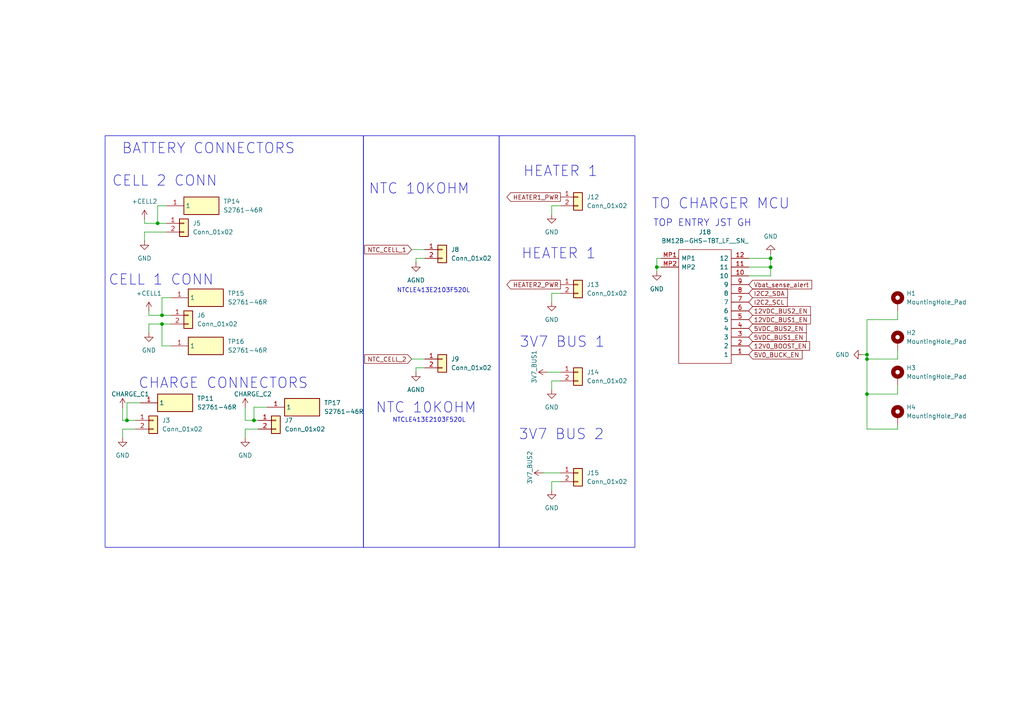
<source format=kicad_sch>
(kicad_sch (version 20250114) (generator "eeschema") (generator_version "9.0")
  (paper "A4")
  (lib_symbols
    (symbol "Connector_Generic:Conn_01x02" (pin_names (offset 1.016) (hide yes))
      (property "Reference" "J" (at 0 2.54 0))
      (property "Value" "Conn_01x02" (at 0 -5.08 0))
      (symbol "Conn_01x02_1_1"
        (rectangle (start -1.27 1.27) (end 1.27 -3.81) (stroke (width 0.254)) (fill (type background)))
        (rectangle (start -1.27 0.127) (end 0 -0.127) (stroke (width 0.1524)))
        (rectangle (start -1.27 -2.413) (end 0 -2.667) (stroke (width 0.1524)))
        (pin passive line (at -5.08 0 0) (length 3.81) (name "Pin_1") (number "1"))
        (pin passive line (at -5.08 -2.54 0) (length 3.81) (name "Pin_2") (number "2"))
      )
    )
    (symbol "Mechanical:MountingHole_Pad" (pin_numbers (hide yes)) (pin_names (offset 1.016) (hide yes)) (in_bom no)
      (property "Reference" "H" (at 0 6.35 0))
      (property "Value" "MountingHole_Pad" (at 0 4.445 0))
      (symbol "MountingHole_Pad_0_1"
        (circle (center 0 1.27) (radius 1.27) (stroke (width 1.27)))
      )
      (symbol "MountingHole_Pad_1_1"
        (pin input line (at 0 -2.54 90) (length 2.54) (name "1") (number "1"))
      )
    )
    (symbol "SamacSys_Parts:BM12B-GHS-TBT_LF__SN_" (pin_names (offset 0.762))
      (property "Reference" "J" (at 21.59 7.62 0))
      (property "Value" "BM12B-GHS-TBT_LF__SN_" (at 21.59 5.08 0))
      (symbol "BM12B-GHS-TBT_LF__SN__0_0"
        (pin passive line (at 0 0 0) (length 5.08) (name "MP1") (number "MP1"))
        (pin passive line (at 0 -2.54 0) (length 5.08) (name "MP2") (number "MP2"))
        (pin passive line (at 25.4 0 180) (length 5.08) (name "12") (number "12"))
        (pin passive line (at 25.4 -2.54 180) (length 5.08) (name "11") (number "11"))
        (pin passive line (at 25.4 -5.08 180) (length 5.08) (name "10") (number "10"))
        (pin passive line (at 25.4 -7.62 180) (length 5.08) (name "9") (number "9"))
        (pin passive line (at 25.4 -10.16 180) (length 5.08) (name "8") (number "8"))
        (pin passive line (at 25.4 -12.7 180) (length 5.08) (name "7") (number "7"))
        (pin passive line (at 25.4 -15.24 180) (length 5.08) (name "6") (number "6"))
        (pin passive line (at 25.4 -17.78 180) (length 5.08) (name "5") (number "5"))
        (pin passive line (at 25.4 -20.32 180) (length 5.08) (name "4") (number "4"))
        (pin passive line (at 25.4 -22.86 180) (length 5.08) (name "3") (number "3"))
        (pin passive line (at 25.4 -25.4 180) (length 5.08) (name "2") (number "2"))
        (pin passive line (at 25.4 -27.94 180) (length 5.08) (name "1") (number "1"))
      )
      (symbol "BM12B-GHS-TBT_LF__SN__0_1"
        (polyline (pts (xy 5.08 2.54) (xy 20.32 2.54) (xy 20.32 -30.48) (xy 5.08 -30.48) (xy 5.08 2.54)) (stroke (width 0.1524)))
      )
    )
    (symbol "power:+BATT" (power) (pin_numbers (hide yes)) (pin_names (offset 0) (hide yes))
      (property "Value" "+BATT" (at 0 3.556 0))
      (symbol "+BATT_0_1"
        (polyline (pts (xy -0.762 1.27) (xy 0 2.54)))
        (polyline (pts (xy 0 2.54) (xy 0.762 1.27)))
        (polyline (pts (xy 0 0) (xy 0 2.54)))
      )
      (symbol "+BATT_1_1"
        (pin power_in line (at 0 0 90) (length 0) (name "~") (number "1"))
      )
    )
    (symbol "power:GND1" (power) (pin_numbers (hide yes)) (pin_names (offset 0) (hide yes))
      (property "Value" "GND1" (at 0 -3.81 0))
      (symbol "GND1_0_1"
        (polyline (pts (xy 0 0) (xy 0 -1.27) (xy 1.27 -1.27) (xy 0 -2.54) (xy -1.27 -1.27) (xy 0 -1.27)))
      )
      (symbol "GND1_1_1"
        (pin power_in line (at 0 0 270) (length 0) (name "~") (number "1"))
      )
    )
    (symbol "power:VCC" (power) (pin_numbers (hide yes)) (pin_names (offset 0) (hide yes))
      (property "Value" "VCC" (at 0 3.556 0))
      (symbol "VCC_0_1"
        (polyline (pts (xy -0.762 1.27) (xy 0 2.54)))
        (polyline (pts (xy 0 2.54) (xy 0.762 1.27)))
        (polyline (pts (xy 0 0) (xy 0 2.54)))
      )
      (symbol "VCC_1_1"
        (pin power_in line (at 0 0 90) (length 0) (name "~") (number "1"))
      )
    )
    (symbol "samac_sys:S2761-46R"
      (property "Reference" "TP" (at 16.51 7.62 0))
      (property "Value" "S2761-46R" (at 16.51 5.08 0))
      (symbol "S2761-46R_1_1"
        (rectangle (start 5.08 2.54) (end 15.24 -2.54) (stroke (width 0.254)) (fill (type background)))
        (pin passive line (at 0 0 0) (length 5.08) (name "1") (number "1"))
      )
    )
  )
  (rectangle (start 30.48 39.37) (end 105.41 158.75))
  (rectangle (start 105.41 39.37) (end 144.78 158.75))
  (rectangle (start 144.78 39.37) (end 184.15 158.75))
  (text "TO CHARGER MCU\n" (at 209.042 59.182 0) (effects (font (size 3 3))))
  (text "HEATER 1\n" (at 162.56 49.784 0) (effects (font (size 3 3))))
  (text "TOP ENTRY JST GH" (at 203.708 64.77 0) (effects (font (size 2 2))))
  (text "CELL 2 CONN\n" (at 47.752 52.578 0) (effects (font (size 3 3))))
  (text "3V7 BUS 1\n" (at 163.068 99.314 0) (effects (font (size 3 3))))
  (text "NTC 10KOHM " (at 122.682 54.864 0) (effects (font (size 3 3))))
  (text "NTCLE413E2103F520L" (at 125.73 84.328 0) (effects (font (size 1.27 1.27))))
  (text "CELL 1 CONN\n" (at 46.736 81.28 0) (effects (font (size 3 3))))
  (text "NTC 10KOHM " (at 124.714 118.364 0) (effects (font (size 3 3))))
  (text "HEATER 1\n" (at 162.052 73.66 0) (effects (font (size 3 3))))
  (text "BATTERY CONNECTORS" (at 60.452 43.18 0) (effects (font (size 3 3))))
  (text "NTCLE413E2103F520L" (at 124.46 121.92 0) (effects (font (size 1.27 1.27))))
  (text "3V7 BUS 2\n\n" (at 162.814 128.524 0) (effects (font (size 3 3))))
  (text "CHARGE CONNECTORS" (at 64.77 111.252 0) (effects (font (size 3 3))))
  (junction (at 251.46 104.14))
  (junction (at 45.72 64.77))
  (junction (at 251.46 102.87))
  (junction (at 73.66 121.92))
  (junction (at 223.52 77.47))
  (junction (at 46.99 91.44))
  (junction (at 36.83 121.92))
  (junction (at 190.5 77.47))
  (junction (at 46.99 93.98))
  (junction (at 251.46 114.3))
  (junction (at 223.52 74.93))
  (wire (pts (xy 160.02 110.49) (xy 160.02 113.03)))
  (wire (pts (xy 190.5 77.47) (xy 191.77 77.47)))
  (wire (pts (xy 250.19 102.87) (xy 251.46 102.87)))
  (wire (pts (xy 160.02 62.23) (xy 160.02 59.69)))
  (wire (pts (xy 190.5 77.47) (xy 190.5 78.74)))
  (wire (pts (xy 260.35 92.71) (xy 251.46 92.71)))
  (wire (pts (xy 39.37 124.46) (xy 35.56 124.46)))
  (wire (pts (xy 260.35 124.46) (xy 260.35 123.19)))
  (wire (pts (xy 162.56 139.7) (xy 160.02 139.7)))
  (wire (pts (xy 260.35 124.46) (xy 251.46 124.46)))
  (wire (pts (xy 158.75 107.95) (xy 162.56 107.95)))
  (wire (pts (xy 260.35 111.76) (xy 260.35 114.3)))
  (wire (pts (xy 191.77 74.93) (xy 190.5 74.93)))
  (wire (pts (xy 71.12 118.11) (xy 71.12 121.92)))
  (wire (pts (xy 46.99 91.44) (xy 49.53 91.44)))
  (wire (pts (xy 36.83 116.84) (xy 36.83 121.92)))
  (wire (pts (xy 260.35 101.6) (xy 260.35 104.14)))
  (wire (pts (xy 120.65 106.68) (xy 120.65 107.95)))
  (wire (pts (xy 46.99 93.98) (xy 43.18 93.98)))
  (wire (pts (xy 157.48 137.16) (xy 162.56 137.16)))
  (wire (pts (xy 162.56 110.49) (xy 160.02 110.49)))
  (wire (pts (xy 123.19 74.93) (xy 120.65 74.93)))
  (wire (pts (xy 251.46 124.46) (xy 251.46 114.3)))
  (wire (pts (xy 74.93 124.46) (xy 71.12 124.46)))
  (wire (pts (xy 119.38 72.39) (xy 123.19 72.39)))
  (wire (pts (xy 73.66 118.11) (xy 77.47 118.11)))
  (wire (pts (xy 251.46 114.3) (xy 251.46 104.14)))
  (wire (pts (xy 223.52 77.47) (xy 223.52 74.93)))
  (wire (pts (xy 119.38 104.14) (xy 123.19 104.14)))
  (wire (pts (xy 71.12 124.46) (xy 71.12 127)))
  (wire (pts (xy 41.91 63.5) (xy 41.91 64.77)))
  (wire (pts (xy 251.46 92.71) (xy 251.46 102.87)))
  (wire (pts (xy 160.02 85.09) (xy 160.02 87.63)))
  (wire (pts (xy 46.99 86.36) (xy 46.99 91.44)))
  (wire (pts (xy 251.46 104.14) (xy 251.46 102.87)))
  (wire (pts (xy 43.18 91.44) (xy 46.99 91.44)))
  (wire (pts (xy 260.35 114.3) (xy 251.46 114.3)))
  (wire (pts (xy 162.56 85.09) (xy 160.02 85.09)))
  (wire (pts (xy 49.53 93.98) (xy 46.99 93.98)))
  (wire (pts (xy 35.56 124.46) (xy 35.56 127)))
  (wire (pts (xy 46.99 100.33) (xy 46.99 93.98)))
  (wire (pts (xy 41.91 67.31) (xy 48.26 67.31)))
  (wire (pts (xy 223.52 80.01) (xy 223.52 77.47)))
  (wire (pts (xy 260.35 104.14) (xy 251.46 104.14)))
  (wire (pts (xy 41.91 67.31) (xy 41.91 69.85)))
  (wire (pts (xy 217.17 74.93) (xy 223.52 74.93)))
  (wire (pts (xy 41.91 64.77) (xy 45.72 64.77)))
  (wire (pts (xy 49.53 100.33) (xy 46.99 100.33)))
  (wire (pts (xy 160.02 59.69) (xy 162.56 59.69)))
  (wire (pts (xy 260.35 90.17) (xy 260.35 92.71)))
  (wire (pts (xy 190.5 74.93) (xy 190.5 77.47)))
  (wire (pts (xy 73.66 118.11) (xy 73.66 121.92)))
  (wire (pts (xy 223.52 74.93) (xy 223.52 73.66)))
  (wire (pts (xy 160.02 139.7) (xy 160.02 142.24)))
  (wire (pts (xy 49.53 86.36) (xy 46.99 86.36)))
  (wire (pts (xy 43.18 93.98) (xy 43.18 96.52)))
  (wire (pts (xy 217.17 80.01) (xy 223.52 80.01)))
  (wire (pts (xy 35.56 121.92) (xy 35.56 118.11)))
  (wire (pts (xy 43.18 90.17) (xy 43.18 91.44)))
  (wire (pts (xy 73.66 121.92) (xy 74.93 121.92)))
  (wire (pts (xy 45.72 64.77) (xy 48.26 64.77)))
  (wire (pts (xy 45.72 59.69) (xy 45.72 64.77)))
  (wire (pts (xy 120.65 74.93) (xy 120.65 76.2)))
  (wire (pts (xy 36.83 121.92) (xy 35.56 121.92)))
  (wire (pts (xy 217.17 77.47) (xy 223.52 77.47)))
  (wire (pts (xy 123.19 106.68) (xy 120.65 106.68)))
  (wire (pts (xy 48.26 59.69) (xy 45.72 59.69)))
  (wire (pts (xy 40.64 116.84) (xy 36.83 116.84)))
  (wire (pts (xy 71.12 121.92) (xy 73.66 121.92)))
  (wire (pts (xy 39.37 121.92) (xy 36.83 121.92)))
  (global_label "5VDC_BUS2_EN" (shape input) (at 217.17 95.25 0) (property "Intersheetrefs" "${INTERSHEET_REFS}" (effects (hide yes))))
  (global_label "I2C2_SDA" (shape input) (at 217.17 85.09 0) (property "Intersheetrefs" "${INTERSHEET_REFS}" (effects (hide yes))))
  (global_label "NTC_CELL_2" (shape input) (at 119.38 104.14 180) (property "Intersheetrefs" "${INTERSHEET_REFS}" (effects (hide yes))))
  (global_label "5V0_BUCK_EN" (shape input) (at 217.17 102.87 0) (property "Intersheetrefs" "${INTERSHEET_REFS}" (effects (hide yes))))
  (global_label "HEATER1_PWR" (shape output) (at 162.56 57.15 180) (property "Intersheetrefs" "${INTERSHEET_REFS}" (effects (hide yes))))
  (global_label "12V0_BOOST_EN" (shape input) (at 217.17 100.33 0) (property "Intersheetrefs" "${INTERSHEET_REFS}" (effects (hide yes))))
  (global_label "HEATER2_PWR" (shape output) (at 162.56 82.55 180) (property "Intersheetrefs" "${INTERSHEET_REFS}" (effects (hide yes))))
  (global_label "12VDC_BUS2_EN" (shape input) (at 217.17 90.17 0) (property "Intersheetrefs" "${INTERSHEET_REFS}" (effects (hide yes))))
  (global_label "Vbat_sense_alert" (shape input) (at 217.17 82.55 0) (property "Intersheetrefs" "${INTERSHEET_REFS}" (effects (hide yes))))
  (global_label "5VDC_BUS1_EN" (shape input) (at 217.17 97.79 0) (property "Intersheetrefs" "${INTERSHEET_REFS}" (effects (hide yes))))
  (global_label "NTC_CELL_1" (shape input) (at 119.38 72.39 180) (property "Intersheetrefs" "${INTERSHEET_REFS}" (effects (hide yes))))
  (global_label "12VDC_BUS1_EN" (shape input) (at 217.17 92.71 0) (property "Intersheetrefs" "${INTERSHEET_REFS}" (effects (hide yes))))
  (global_label "I2C2_SCL" (shape input) (at 217.17 87.63 0) (property "Intersheetrefs" "${INTERSHEET_REFS}" (effects (hide yes))))
  (symbol (lib_id "power:GND1") (at 43.18 96.52 0) (unit 1)
    (property "Reference" "#PWR070" (effects (hide yes)))
    (property "Value" "GND" (at 43.18 101.6 0))
    (property "Description" "Power symbol creates a global label with name \"GND1\" , ground" (effects (hide yes)))
  )
  (symbol (lib_id "power:GND1") (at 250.19 102.87 270) (unit 1)
    (property "Reference" "#PWR089" (effects (hide yes)))
    (property "Value" "GND" (at 246.38 102.8699 90) (effects (justify right)))
    (property "Description" "Power symbol creates a global label with name \"GND1\" , ground" (effects (hide yes)))
  )
  (symbol (lib_id "Connector_Generic:Conn_01x02") (at 128.27 72.39 0) (unit 1)
    (property "Reference" "J8" (at 130.81 72.3899 0) (effects (justify left)))
    (property "Value" "Conn_01x02" (at 130.81 74.9299 0) (effects (justify left)))
    (property "Footprint" "Connector_Wire:SolderWire-0.127sqmm_1x02_P3.7mm_D0.48mm_OD1mm" (effects (hide yes)))
    (property "Description" "Generic connector, single row, 01x02, script generated (kicad-library-utils/schlib/autogen/connector/)" (effects (hide yes)))
  )
  (symbol (lib_id "power:GND1") (at 120.65 107.95 0) (unit 1)
    (property "Reference" "#PWR074" (effects (hide yes)))
    (property "Value" "AGND" (at 120.65 113.03 0))
    (property "Description" "Power symbol creates a global label with name \"GND1\" , ground" (effects (hide yes)))
  )
  (symbol (lib_id "power:GND1") (at 71.12 127 0) (unit 1)
    (property "Reference" "#PWR072" (effects (hide yes)))
    (property "Value" "GND" (at 71.12 132.08 0))
    (property "Description" "Power symbol creates a global label with name \"GND1\" , ground" (effects (hide yes)))
  )
  (symbol (lib_id "power:+BATT") (at 41.91 63.5 0) (unit 1)
    (property "Reference" "#PWR067" (effects (hide yes)))
    (property "Value" "+CELL2" (at 41.91 58.42 0))
    (property "Description" "Power symbol creates a global label with name \"+BATT\"" (effects (hide yes)))
  )
  (symbol (lib_id "power:GND1") (at 120.65 76.2 0) (unit 1)
    (property "Reference" "#PWR073" (effects (hide yes)))
    (property "Value" "AGND" (at 120.65 81.28 0))
    (property "Description" "Power symbol creates a global label with name \"GND1\" , ground" (effects (hide yes)))
  )
  (symbol (lib_id "Mechanical:MountingHole_Pad") (at 260.35 87.63 0) (unit 1) (in_bom no)
    (property "Reference" "H1" (at 262.89 85.0899 0) (effects (justify left)))
    (property "Value" "MountingHole_Pad" (at 262.89 87.6299 0) (effects (justify left)))
    (property "Footprint" "MountingHole:MountingHole_3.2mm_M3_Pad_Via" (effects (hide yes)))
    (property "Description" "Mounting Hole with connection" (effects (hide yes)))
  )
  (symbol (lib_id "samac_sys:S2761-46R") (at 49.53 100.33 0) (unit 1)
    (property "Reference" "TP16" (at 66.04 99.0599 0) (effects (justify left)))
    (property "Value" "S2761-46R" (at 66.04 101.5999 0) (effects (justify left)))
    (property "Footprint" "samac_sys:S276146R" (effects (hide yes)))
    (property "Datasheet" "https://www.mouser.fr/ProductDetail/Harwin/S2761-46R?qs=DaxoyN%2FvrebHvZaagZ7Fog%3D%3D" (effects (hide yes)))
    (property "Description" "Circuit Board Hardware - PCB SMT Mini Test Terminal, Reel" (effects (hide yes)))
    (property "Height" "0.5" (effects (hide yes)))
    (property "Mouser Part Number" "855-S2761-46R" (effects (hide yes)))
    (property "Mouser Price/Stock" "https://www.mouser.co.uk/ProductDetail/Harwin/S2761-46R?qs=DaxoyN%2FvrebHvZaagZ7Fog%3D%3D" (effects (hide yes)))
    (property "Manufacturer_Name" "Harwin" (effects (hide yes)))
    (property "Manufacturer_Part_Number" "S2761-46R" (effects (hide yes)))
  )
  (symbol (lib_id "samac_sys:S2761-46R") (at 40.64 116.84 0) (unit 1)
    (property "Reference" "TP11" (at 57.15 115.5699 0) (effects (justify left)))
    (property "Value" "S2761-46R" (at 57.15 118.1099 0) (effects (justify left)))
    (property "Footprint" "samac_sys:S276146R" (effects (hide yes)))
    (property "Datasheet" "https://www.mouser.fr/ProductDetail/Harwin/S2761-46R?qs=DaxoyN%2FvrebHvZaagZ7Fog%3D%3D" (effects (hide yes)))
    (property "Description" "Circuit Board Hardware - PCB SMT Mini Test Terminal, Reel" (effects (hide yes)))
    (property "Height" "0.5" (effects (hide yes)))
    (property "Mouser Part Number" "855-S2761-46R" (effects (hide yes)))
    (property "Mouser Price/Stock" "https://www.mouser.co.uk/ProductDetail/Harwin/S2761-46R?qs=DaxoyN%2FvrebHvZaagZ7Fog%3D%3D" (effects (hide yes)))
    (property "Manufacturer_Name" "Harwin" (effects (hide yes)))
    (property "Manufacturer_Part_Number" "S2761-46R" (effects (hide yes)))
  )
  (symbol (lib_id "Connector_Generic:Conn_01x02") (at 54.61 91.44 0) (unit 1)
    (property "Reference" "J6" (at 57.15 91.4399 0) (effects (justify left)))
    (property "Value" "Conn_01x02" (at 57.15 93.9799 0) (effects (justify left)))
    (property "Footprint" "Connector_JST:JST_PH_S2B-PH-K_1x02_P2.00mm_Horizontal" (effects (hide yes)))
    (property "Description" "Generic connector, single row, 01x02, script generated (kicad-library-utils/schlib/autogen/connector/)" (effects (hide yes)))
  )
  (symbol (lib_id "power:GND1") (at 41.91 69.85 0) (unit 1)
    (property "Reference" "#PWR068" (effects (hide yes)))
    (property "Value" "GND" (at 41.91 74.93 0))
    (property "Description" "Power symbol creates a global label with name \"GND1\" , ground" (effects (hide yes)))
  )
  (symbol (lib_id "power:GND1") (at 190.5 78.74 0) (unit 1)
    (property "Reference" "#PWR0168" (effects (hide yes)))
    (property "Value" "GND" (at 190.5 83.82 0))
    (property "Description" "Power symbol creates a global label with name \"GND1\" , ground" (effects (hide yes)))
  )
  (symbol (lib_id "Mechanical:MountingHole_Pad") (at 260.35 109.22 0) (unit 1) (in_bom no)
    (property "Reference" "H3" (at 262.89 106.6799 0) (effects (justify left)))
    (property "Value" "MountingHole_Pad" (at 262.89 109.2199 0) (effects (justify left)))
    (property "Footprint" "MountingHole:MountingHole_3.2mm_M3_Pad_Via" (effects (hide yes)))
    (property "Description" "Mounting Hole with connection" (effects (hide yes)))
  )
  (symbol (lib_id "Connector_Generic:Conn_01x02") (at 167.64 57.15 0) (unit 1)
    (property "Reference" "J12" (at 170.18 57.1499 0) (effects (justify left)))
    (property "Value" "Conn_01x02" (at 170.18 59.6899 0) (effects (justify left)))
    (property "Footprint" "Connector_JST:JST_PH_B2B-PH-K_1x02_P2.00mm_Vertical" (effects (hide yes)))
    (property "Description" "Generic connector, single row, 01x02, script generated (kicad-library-utils/schlib/autogen/connector/)" (effects (hide yes)))
  )
  (symbol (lib_id "power:GND1") (at 160.02 87.63 0) (unit 1)
    (property "Reference" "#PWR0136" (effects (hide yes)))
    (property "Value" "GND" (at 160.02 92.71 0))
    (property "Description" "Power symbol creates a global label with name \"GND1\" , ground" (effects (hide yes)))
  )
  (symbol (lib_id "power:GND1") (at 35.56 127 0) (unit 1)
    (property "Reference" "#PWR064" (effects (hide yes)))
    (property "Value" "GND" (at 35.56 132.08 0))
    (property "Description" "Power symbol creates a global label with name \"GND1\" , ground" (effects (hide yes)))
  )
  (symbol (lib_id "Connector_Generic:Conn_01x02") (at 167.64 82.55 0) (unit 1)
    (property "Reference" "J13" (at 170.18 82.5499 0) (effects (justify left)))
    (property "Value" "Conn_01x02" (at 170.18 85.0899 0) (effects (justify left)))
    (property "Footprint" "Connector_JST:JST_PH_B2B-PH-K_1x02_P2.00mm_Vertical" (effects (hide yes)))
    (property "Description" "Generic connector, single row, 01x02, script generated (kicad-library-utils/schlib/autogen/connector/)" (effects (hide yes)))
  )
  (symbol (lib_id "power:VCC") (at 158.75 107.95 90) (unit 1)
    (property "Reference" "#PWR0134" (effects (hide yes)))
    (property "Value" "3V7_BUS1" (at 154.94 111.252 0) (effects (justify left)))
    (property "Description" "Power symbol creates a global label with name \"VCC\"" (effects (hide yes)))
  )
  (symbol (lib_id "Connector_Generic:Conn_01x02") (at 167.64 137.16 0) (unit 1)
    (property "Reference" "J15" (at 170.18 137.1599 0) (effects (justify left)))
    (property "Value" "Conn_01x02" (at 170.18 139.6999 0) (effects (justify left)))
    (property "Footprint" "Connector_JST:JST_PH_B2B-PH-K_1x02_P2.00mm_Vertical" (effects (hide yes)))
    (property "Description" "Generic connector, single row, 01x02, script generated (kicad-library-utils/schlib/autogen/connector/)" (effects (hide yes)))
  )
  (symbol (lib_id "SamacSys_Parts:BM12B-GHS-TBT_LF__SN_") (at 191.77 74.93 0) (unit 1)
    (property "Reference" "J18" (at 204.47 67.31 0))
    (property "Value" "BM12B-GHS-TBT_LF__SN_" (at 204.47 69.85 0))
    (property "Footprint" "samac_sys:BM12BGHSTBTLFSN" (effects (hide yes)))
    (property "Datasheet" "http://www.jst-mfg.com/product/pdf/eng/eGH.pdf" (effects (hide yes)))
    (property "Description" "JST GH Series, 1.25mm Pitch 12 Way Straight PCB Header, Solder Termination, 1A" (effects (hide yes)))
    (property "Description_1" "JST GH Series, 1.25mm Pitch 12 Way Straight PCB Header, Solder Termination, 1A" (effects (hide yes)))
    (property "Height" "4.05" (effects (hide yes)))
    (property "Mouser Part Number" "306-BM12BGHSTBTLFSNN" (effects (hide yes)))
    (property "Mouser Price/Stock" "https://www.mouser.co.uk/ProductDetail/JST-Commercial/BM12B-GHS-TBTLFSN?qs=cdbOS8ANM9BhtmB61R8tHg%3D%3D" (effects (hide yes)))
    (property "Manufacturer_Name" "JST (JAPAN SOLDERLESS TERMINALS)" (effects (hide yes)))
    (property "Manufacturer_Part_Number" "BM12B-GHS-TBT(LF)(SN)" (effects (hide yes)))
  )
  (symbol (lib_id "power:VCC") (at 157.48 137.16 90) (unit 1)
    (property "Reference" "#PWR0133" (effects (hide yes)))
    (property "Value" "3V7_BUS2" (at 153.67 140.462 0) (effects (justify left)))
    (property "Description" "Power symbol creates a global label with name \"VCC\"" (effects (hide yes)))
  )
  (symbol (lib_id "Connector_Generic:Conn_01x02") (at 167.64 107.95 0) (unit 1)
    (property "Reference" "J14" (at 170.18 107.9499 0) (effects (justify left)))
    (property "Value" "Conn_01x02" (at 170.18 110.4899 0) (effects (justify left)))
    (property "Footprint" "Connector_JST:JST_PH_B2B-PH-K_1x02_P2.00mm_Vertical" (effects (hide yes)))
    (property "Description" "Generic connector, single row, 01x02, script generated (kicad-library-utils/schlib/autogen/connector/)" (effects (hide yes)))
  )
  (symbol (lib_id "Mechanical:MountingHole_Pad") (at 260.35 120.65 0) (unit 1) (in_bom no)
    (property "Reference" "H4" (at 262.89 118.1099 0) (effects (justify left)))
    (property "Value" "MountingHole_Pad" (at 262.89 120.6499 0) (effects (justify left)))
    (property "Footprint" "MountingHole:MountingHole_3.2mm_M3_Pad_Via" (effects (hide yes)))
    (property "Description" "Mounting Hole with connection" (effects (hide yes)))
  )
  (symbol (lib_id "power:VCC") (at 35.56 118.11 0) (unit 1)
    (property "Reference" "#PWR063" (effects (hide yes)))
    (property "Value" "CHARGE_C1" (at 32.258 114.3 0) (effects (justify left)))
    (property "Description" "Power symbol creates a global label with name \"VCC\"" (effects (hide yes)))
  )
  (symbol (lib_id "Mechanical:MountingHole_Pad") (at 260.35 99.06 0) (unit 1) (in_bom no)
    (property "Reference" "H2" (at 262.89 96.5199 0) (effects (justify left)))
    (property "Value" "MountingHole_Pad" (at 262.89 99.0599 0) (effects (justify left)))
    (property "Footprint" "MountingHole:MountingHole_3.2mm_M3_Pad_Via" (effects (hide yes)))
    (property "Description" "Mounting Hole with connection" (effects (hide yes)))
  )
  (symbol (lib_id "Connector_Generic:Conn_01x02") (at 44.45 121.92 0) (unit 1)
    (property "Reference" "J3" (at 46.99 121.9199 0) (effects (justify left)))
    (property "Value" "Conn_01x02" (at 46.99 124.4599 0) (effects (justify left)))
    (property "Footprint" "Connector_JST:JST_PH_S2B-PH-K_1x02_P2.00mm_Horizontal" (effects (hide yes)))
    (property "Description" "Generic connector, single row, 01x02, script generated (kicad-library-utils/schlib/autogen/connector/)" (effects (hide yes)))
  )
  (symbol (lib_id "power:VCC") (at 71.12 118.11 0) (unit 1)
    (property "Reference" "#PWR071" (effects (hide yes)))
    (property "Value" "CHARGE_C2" (at 67.818 114.3 0) (effects (justify left)))
    (property "Description" "Power symbol creates a global label with name \"VCC\"" (effects (hide yes)))
  )
  (symbol (lib_id "samac_sys:S2761-46R") (at 49.53 86.36 0) (unit 1)
    (property "Reference" "TP15" (at 66.04 85.0899 0) (effects (justify left)))
    (property "Value" "S2761-46R" (at 66.04 87.6299 0) (effects (justify left)))
    (property "Footprint" "samac_sys:S276146R" (effects (hide yes)))
    (property "Datasheet" "https://www.mouser.fr/ProductDetail/Harwin/S2761-46R?qs=DaxoyN%2FvrebHvZaagZ7Fog%3D%3D" (effects (hide yes)))
    (property "Description" "Circuit Board Hardware - PCB SMT Mini Test Terminal, Reel" (effects (hide yes)))
    (property "Height" "0.5" (effects (hide yes)))
    (property "Mouser Part Number" "855-S2761-46R" (effects (hide yes)))
    (property "Mouser Price/Stock" "https://www.mouser.co.uk/ProductDetail/Harwin/S2761-46R?qs=DaxoyN%2FvrebHvZaagZ7Fog%3D%3D" (effects (hide yes)))
    (property "Manufacturer_Name" "Harwin" (effects (hide yes)))
    (property "Manufacturer_Part_Number" "S2761-46R" (effects (hide yes)))
  )
  (symbol (lib_id "power:GND1") (at 223.52 73.66 180) (unit 1)
    (property "Reference" "#PWR0167" (effects (hide yes)))
    (property "Value" "GND" (at 223.52 68.58 0))
    (property "Description" "Power symbol creates a global label with name \"GND1\" , ground" (effects (hide yes)))
  )
  (symbol (lib_id "power:GND1") (at 160.02 142.24 0) (unit 1)
    (property "Reference" "#PWR0139" (effects (hide yes)))
    (property "Value" "GND" (at 160.02 147.32 0))
    (property "Description" "Power symbol creates a global label with name \"GND1\" , ground" (effects (hide yes)))
  )
  (symbol (lib_id "Connector_Generic:Conn_01x02") (at 53.34 64.77 0) (unit 1)
    (property "Reference" "J5" (at 55.88 64.7699 0) (effects (justify left)))
    (property "Value" "Conn_01x02" (at 55.88 67.3099 0) (effects (justify left)))
    (property "Footprint" "Connector_JST:JST_PH_S2B-PH-K_1x02_P2.00mm_Horizontal" (effects (hide yes)))
    (property "Description" "Generic connector, single row, 01x02, script generated (kicad-library-utils/schlib/autogen/connector/)" (effects (hide yes)))
  )
  (symbol (lib_id "Connector_Generic:Conn_01x02") (at 128.27 104.14 0) (unit 1)
    (property "Reference" "J9" (at 130.81 104.1399 0) (effects (justify left)))
    (property "Value" "Conn_01x02" (at 130.81 106.6799 0) (effects (justify left)))
    (property "Footprint" "Connector_Wire:SolderWire-0.127sqmm_1x02_P3.7mm_D0.48mm_OD1mm" (effects (hide yes)))
    (property "Description" "Generic connector, single row, 01x02, script generated (kicad-library-utils/schlib/autogen/connector/)" (effects (hide yes)))
  )
  (symbol (lib_id "Connector_Generic:Conn_01x02") (at 80.01 121.92 0) (unit 1)
    (property "Reference" "J7" (at 82.55 121.9199 0) (effects (justify left)))
    (property "Value" "Conn_01x02" (at 82.55 124.4599 0) (effects (justify left)))
    (property "Footprint" "Connector_JST:JST_PH_S2B-PH-K_1x02_P2.00mm_Horizontal" (effects (hide yes)))
    (property "Description" "Generic connector, single row, 01x02, script generated (kicad-library-utils/schlib/autogen/connector/)" (effects (hide yes)))
  )
  (symbol (lib_id "power:GND1") (at 160.02 62.23 0) (unit 1)
    (property "Reference" "#PWR0135" (effects (hide yes)))
    (property "Value" "GND" (at 160.02 67.31 0))
    (property "Description" "Power symbol creates a global label with name \"GND1\" , ground" (effects (hide yes)))
  )
  (symbol (lib_id "samac_sys:S2761-46R") (at 48.26 59.69 0) (unit 1)
    (property "Reference" "TP14" (at 64.77 58.4199 0) (effects (justify left)))
    (property "Value" "S2761-46R" (at 64.77 60.9599 0) (effects (justify left)))
    (property "Footprint" "samac_sys:S276146R" (effects (hide yes)))
    (property "Datasheet" "https://www.mouser.fr/ProductDetail/Harwin/S2761-46R?qs=DaxoyN%2FvrebHvZaagZ7Fog%3D%3D" (effects (hide yes)))
    (property "Description" "Circuit Board Hardware - PCB SMT Mini Test Terminal, Reel" (effects (hide yes)))
    (property "Height" "0.5" (effects (hide yes)))
    (property "Mouser Part Number" "855-S2761-46R" (effects (hide yes)))
    (property "Mouser Price/Stock" "https://www.mouser.co.uk/ProductDetail/Harwin/S2761-46R?qs=DaxoyN%2FvrebHvZaagZ7Fog%3D%3D" (effects (hide yes)))
    (property "Manufacturer_Name" "Harwin" (effects (hide yes)))
    (property "Manufacturer_Part_Number" "S2761-46R" (effects (hide yes)))
  )
  (symbol (lib_id "samac_sys:S2761-46R") (at 77.47 118.11 0) (unit 1)
    (property "Reference" "TP17" (at 93.98 116.8399 0) (effects (justify left)))
    (property "Value" "S2761-46R" (at 93.98 119.3799 0) (effects (justify left)))
    (property "Footprint" "samac_sys:S276146R" (effects (hide yes)))
    (property "Datasheet" "https://www.mouser.fr/ProductDetail/Harwin/S2761-46R?qs=DaxoyN%2FvrebHvZaagZ7Fog%3D%3D" (effects (hide yes)))
    (property "Description" "Circuit Board Hardware - PCB SMT Mini Test Terminal, Reel" (effects (hide yes)))
    (property "Height" "0.5" (effects (hide yes)))
    (property "Mouser Part Number" "855-S2761-46R" (effects (hide yes)))
    (property "Mouser Price/Stock" "https://www.mouser.co.uk/ProductDetail/Harwin/S2761-46R?qs=DaxoyN%2FvrebHvZaagZ7Fog%3D%3D" (effects (hide yes)))
    (property "Manufacturer_Name" "Harwin" (effects (hide yes)))
    (property "Manufacturer_Part_Number" "S2761-46R" (effects (hide yes)))
  )
  (symbol (lib_id "power:+BATT") (at 43.18 90.17 0) (unit 1)
    (property "Reference" "#PWR069" (effects (hide yes)))
    (property "Value" "+CELL1" (at 43.18 85.09 0))
    (property "Description" "Power symbol creates a global label with name \"+BATT\"" (effects (hide yes)))
  )
  (symbol (lib_id "power:GND1") (at 160.02 113.03 0) (unit 1)
    (property "Reference" "#PWR0138" (effects (hide yes)))
    (property "Value" "GND" (at 160.02 118.11 0))
    (property "Description" "Power symbol creates a global label with name \"GND1\" , ground" (effects (hide yes)))
  )
)
</source>
